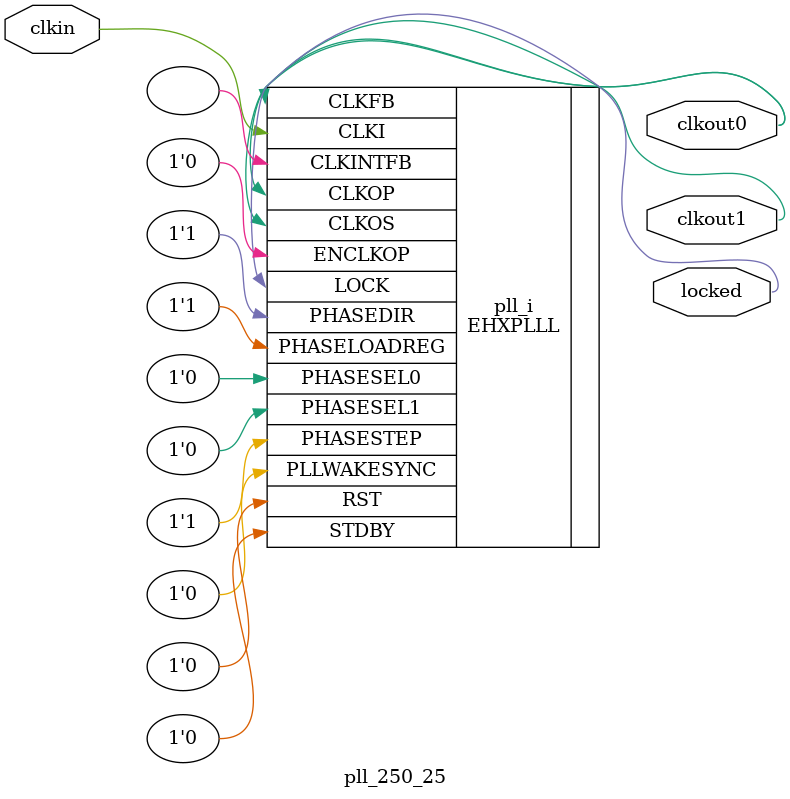
<source format=v>
module pll_250_25
(
    input clkin, // 25 MHz, 0 deg
    output clkout0, // 250 MHz, 0 deg
    output clkout1, // 25 MHz, 0 deg
    output locked
);
(* FREQUENCY_PIN_CLKI="25" *)
(* FREQUENCY_PIN_CLKOP="250" *)
(* FREQUENCY_PIN_CLKOS="25" *)
(* ICP_CURRENT="12" *) (* LPF_RESISTOR="8" *) (* MFG_ENABLE_FILTEROPAMP="1" *) (* MFG_GMCREF_SEL="2" *)
EHXPLLL #(
        .PLLRST_ENA("DISABLED"),
        .INTFB_WAKE("DISABLED"),
        .STDBY_ENABLE("DISABLED"),
        .DPHASE_SOURCE("DISABLED"),
        .OUTDIVIDER_MUXA("DIVA"),
        .OUTDIVIDER_MUXB("DIVB"),
        .OUTDIVIDER_MUXC("DIVC"),
        .OUTDIVIDER_MUXD("DIVD"),
        .CLKI_DIV(1),
        .CLKOP_ENABLE("ENABLED"),
        .CLKOP_DIV(2),
        .CLKOP_CPHASE(0),
        .CLKOP_FPHASE(0),
        .CLKOS_ENABLE("ENABLED"),
        .CLKOS_DIV(20),
        .CLKOS_CPHASE(0),
        .CLKOS_FPHASE(0),
        .FEEDBK_PATH("CLKOP"),
        .CLKFB_DIV(10)
    ) pll_i (
        .RST(1'b0),
        .STDBY(1'b0),
        .CLKI(clkin),
        .CLKOP(clkout0),
        .CLKOS(clkout1),
        .CLKFB(clkout0),
        .CLKINTFB(),
        .PHASESEL0(1'b0),
        .PHASESEL1(1'b0),
        .PHASEDIR(1'b1),
        .PHASESTEP(1'b1),
        .PHASELOADREG(1'b1),
        .PLLWAKESYNC(1'b0),
        .ENCLKOP(1'b0),
        .LOCK(locked)
	);
endmodule

</source>
